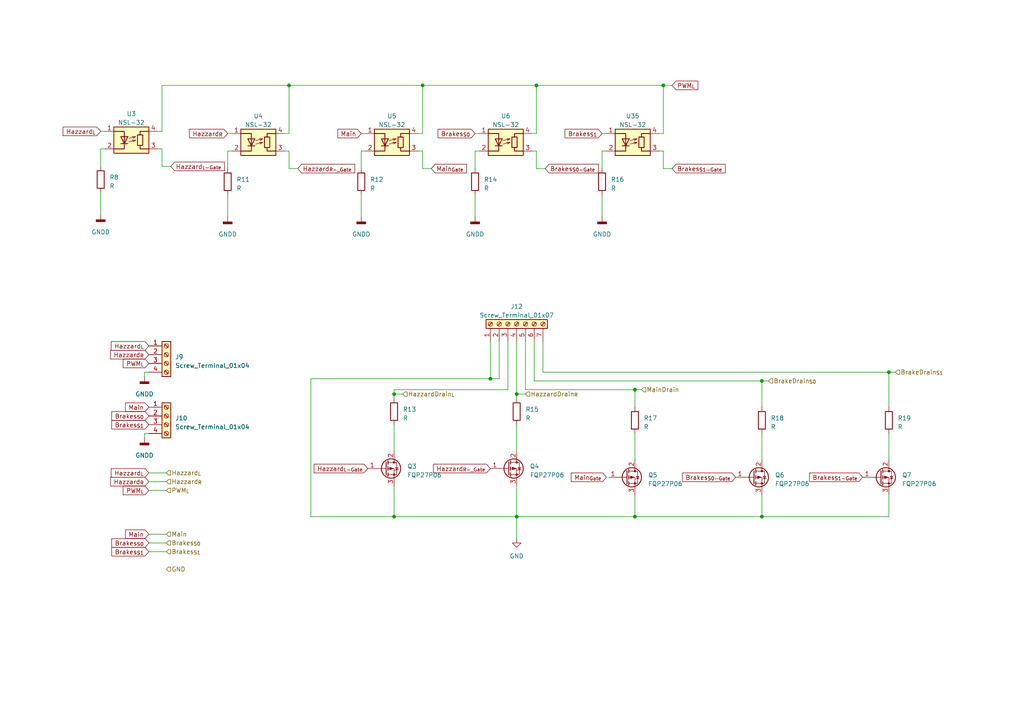
<source format=kicad_sch>
(kicad_sch (version 20230121) (generator eeschema)
  (paper "A4")
  (lib_symbols
    (symbol "Connector:Screw_Terminal_01x04" (pin_names (offset 1.016) hide)
      (property "Reference" "J" (at 0 5.08 0))
      (property "Value" "Screw_Terminal_01x04" (at 0 -7.62 0))
      (symbol "Screw_Terminal_01x04_1_1"
        (rectangle (start -1.27 3.81) (end 1.27 -6.35) (stroke (width 0.254)) (fill (type background)))
        (circle (center 0 -5.08) (radius 0.635) (stroke (width 0.1524)))
        (circle (center 0 -2.54) (radius 0.635) (stroke (width 0.1524)))
        (polyline (pts (xy -0.5334 -4.7498) (xy 0.3302 -5.588)) (stroke (width 0.1524)))
        (polyline (pts (xy -0.5334 -2.2098) (xy 0.3302 -3.048)) (stroke (width 0.1524)))
        (polyline (pts (xy -0.5334 0.3302) (xy 0.3302 -0.508)) (stroke (width 0.1524)))
        (polyline (pts (xy -0.5334 2.8702) (xy 0.3302 2.032)) (stroke (width 0.1524)))
        (polyline (pts (xy -0.3556 -4.572) (xy 0.508 -5.4102)) (stroke (width 0.1524)))
        (polyline (pts (xy -0.3556 -2.032) (xy 0.508 -2.8702)) (stroke (width 0.1524)))
        (polyline (pts (xy -0.3556 0.508) (xy 0.508 -0.3302)) (stroke (width 0.1524)))
        (polyline (pts (xy -0.3556 3.048) (xy 0.508 2.2098)) (stroke (width 0.1524)))
        (circle (center 0 0) (radius 0.635) (stroke (width 0.1524)))
        (circle (center 0 2.54) (radius 0.635) (stroke (width 0.1524)))
        (pin passive line (at -5.08 2.54 0) (length 3.81) (name "Pin_1") (number "1"))
        (pin passive line (at -5.08 0 0) (length 3.81) (name "Pin_2") (number "2"))
        (pin passive line (at -5.08 -2.54 0) (length 3.81) (name "Pin_3") (number "3"))
        (pin passive line (at -5.08 -5.08 0) (length 3.81) (name "Pin_4") (number "4"))
      )
    )
    (symbol "Connector:Screw_Terminal_01x07" (pin_names (offset 1.016) hide)
      (property "Reference" "J" (at 0 10.16 0))
      (property "Value" "Screw_Terminal_01x07" (at 0 -10.16 0))
      (symbol "Screw_Terminal_01x07_1_1"
        (rectangle (start -1.27 8.89) (end 1.27 -8.89) (stroke (width 0.254)) (fill (type background)))
        (circle (center 0 -7.62) (radius 0.635) (stroke (width 0.1524)))
        (circle (center 0 -5.08) (radius 0.635) (stroke (width 0.1524)))
        (circle (center 0 -2.54) (radius 0.635) (stroke (width 0.1524)))
        (polyline (pts (xy -0.5334 -7.2898) (xy 0.3302 -8.128)) (stroke (width 0.1524)))
        (polyline (pts (xy -0.5334 -4.7498) (xy 0.3302 -5.588)) (stroke (width 0.1524)))
        (polyline (pts (xy -0.5334 -2.2098) (xy 0.3302 -3.048)) (stroke (width 0.1524)))
        (polyline (pts (xy -0.5334 0.3302) (xy 0.3302 -0.508)) (stroke (width 0.1524)))
        (polyline (pts (xy -0.5334 2.8702) (xy 0.3302 2.032)) (stroke (width 0.1524)))
        (polyline (pts (xy -0.5334 5.4102) (xy 0.3302 4.572)) (stroke (width 0.1524)))
        (polyline (pts (xy -0.5334 7.9502) (xy 0.3302 7.112)) (stroke (width 0.1524)))
        (polyline (pts (xy -0.3556 -7.112) (xy 0.508 -7.9502)) (stroke (width 0.1524)))
        (polyline (pts (xy -0.3556 -4.572) (xy 0.508 -5.4102)) (stroke (width 0.1524)))
        (polyline (pts (xy -0.3556 -2.032) (xy 0.508 -2.8702)) (stroke (width 0.1524)))
        (polyline (pts (xy -0.3556 0.508) (xy 0.508 -0.3302)) (stroke (width 0.1524)))
        (polyline (pts (xy -0.3556 3.048) (xy 0.508 2.2098)) (stroke (width 0.1524)))
        (polyline (pts (xy -0.3556 5.588) (xy 0.508 4.7498)) (stroke (width 0.1524)))
        (polyline (pts (xy -0.3556 8.128) (xy 0.508 7.2898)) (stroke (width 0.1524)))
        (circle (center 0 0) (radius 0.635) (stroke (width 0.1524)))
        (circle (center 0 2.54) (radius 0.635) (stroke (width 0.1524)))
        (circle (center 0 5.08) (radius 0.635) (stroke (width 0.1524)))
        (circle (center 0 7.62) (radius 0.635) (stroke (width 0.1524)))
        (pin passive line (at -5.08 7.62 0) (length 3.81) (name "Pin_1") (number "1"))
        (pin passive line (at -5.08 5.08 0) (length 3.81) (name "Pin_2") (number "2"))
        (pin passive line (at -5.08 2.54 0) (length 3.81) (name "Pin_3") (number "3"))
        (pin passive line (at -5.08 0 0) (length 3.81) (name "Pin_4") (number "4"))
        (pin passive line (at -5.08 -2.54 0) (length 3.81) (name "Pin_5") (number "5"))
        (pin passive line (at -5.08 -5.08 0) (length 3.81) (name "Pin_6") (number "6"))
        (pin passive line (at -5.08 -7.62 0) (length 3.81) (name "Pin_7") (number "7"))
      )
    )
    (symbol "Device:R" (pin_numbers hide) (pin_names (offset 0))
      (property "Reference" "R" (at 2.032 0 90))
      (property "Value" "R" (at 0 0 90))
      (symbol "R_0_1"
        (rectangle (start -1.016 -2.54) (end 1.016 2.54) (stroke (width 0.254)))
      )
      (symbol "R_1_1"
        (pin passive line (at 0 3.81 270) (length 1.27) (name "~") (number "1"))
        (pin passive line (at 0 -3.81 90) (length 1.27) (name "~") (number "2"))
      )
    )
    (symbol "Isolator:NSL-32" (pin_names (offset 0.762) hide)
      (property "Reference" "U" (at 0 5.08 0))
      (property "Value" "NSL-32" (at 0 -5.08 0))
      (symbol "NSL-32_0_1"
        (rectangle (start -5.08 3.81) (end 5.08 -3.81) (stroke (width 0.254)) (fill (type background)))
        (polyline (pts (xy -5.08 2.54) (xy -2.54 2.54)) (stroke (width 0.254)))
        (polyline (pts (xy -2.794 -2.54) (xy -5.08 -2.54)) (stroke (width 0.254)))
        (polyline (pts (xy -1.016 -1.016) (xy -3.048 -1.016) (xy -3.048 -1.016)) (stroke (width 0.254)))
        (polyline (pts (xy -0.762 -0.508) (xy 1.27 0) (xy 1.27 0)))
        (polyline (pts (xy -0.762 0.508) (xy 1.27 1.016) (xy 1.27 1.016)))
        (polyline (pts (xy 2.54 -1.524) (xy 2.54 -2.54) (xy 5.08 -2.54)) (stroke (width 0.254)))
        (polyline (pts (xy 2.54 1.524) (xy 2.54 2.54) (xy 5.08 2.54)) (stroke (width 0.254)))
        (polyline (pts (xy -2.794 -2.54) (xy -2.032 -2.54) (xy -2.032 2.54) (xy -2.794 2.54)) (stroke (width 0.254)))
        (polyline (pts (xy 0.254 0) (xy 1.27 0) (xy 0.508 -0.508) (xy 0.508 -0.508)))
        (polyline (pts (xy 0.254 1.016) (xy 1.27 1.016) (xy 0.508 0.508) (xy 0.508 0.508)))
        (polyline (pts (xy -1.016 1.016) (xy -3.048 1.016) (xy -2.032 -1.016) (xy -1.016 1.016) (xy -1.016 1.016) (xy -1.016 1.016)) (stroke (width 0.254)))
        (rectangle (start 1.778 1.524) (end 3.302 -1.524) (stroke (width 0.254)))
      )
      (symbol "NSL-32_1_1"
        (pin passive line (at -7.62 2.54 0) (length 2.54) (name "A") (number "1"))
        (pin passive line (at -7.62 -2.54 0) (length 2.54) (name "K") (number "2"))
        (pin passive line (at 7.62 -2.54 180) (length 2.54) (name "R") (number "3"))
        (pin passive line (at 7.62 2.54 180) (length 2.54) (name "R") (number "4"))
      )
    )
    (symbol "Transistor_FET:FQP27P06" (pin_names hide)
      (property "Reference" "Q" (at 5.08 1.905 0))
      (property "Value" "FQP27P06" (at 5.08 0 0))
      (symbol "FQP27P06_0_1"
        (polyline (pts (xy 0.254 0) (xy -2.54 0)))
        (polyline (pts (xy 0.254 1.905) (xy 0.254 -1.905)) (stroke (width 0.254)))
        (polyline (pts (xy 0.762 -1.27) (xy 0.762 -2.286)) (stroke (width 0.254)))
        (polyline (pts (xy 0.762 0.508) (xy 0.762 -0.508)) (stroke (width 0.254)))
        (polyline (pts (xy 0.762 2.286) (xy 0.762 1.27)) (stroke (width 0.254)))
        (polyline (pts (xy 2.54 2.54) (xy 2.54 1.778)))
        (polyline (pts (xy 2.54 -2.54) (xy 2.54 0) (xy 0.762 0)))
        (polyline (pts (xy 0.762 1.778) (xy 3.302 1.778) (xy 3.302 -1.778) (xy 0.762 -1.778)))
        (polyline (pts (xy 2.286 0) (xy 1.27 0.381) (xy 1.27 -0.381) (xy 2.286 0)) (fill (type outline)))
        (polyline (pts (xy 2.794 -0.508) (xy 2.921 -0.381) (xy 3.683 -0.381) (xy 3.81 -0.254)))
        (polyline (pts (xy 3.302 -0.381) (xy 2.921 0.254) (xy 3.683 0.254) (xy 3.302 -0.381)))
        (circle (center 1.651 0) (radius 2.794) (stroke (width 0.254)))
        (circle (center 2.54 -1.778) (radius 0.254) (fill (type outline)))
        (circle (center 2.54 1.778) (radius 0.254) (fill (type outline)))
      )
      (symbol "FQP27P06_1_1"
        (pin input line (at -5.08 0 0) (length 2.54) (name "G") (number "1"))
        (pin passive line (at 2.54 5.08 270) (length 2.54) (name "D") (number "2"))
        (pin passive line (at 2.54 -5.08 90) (length 2.54) (name "S") (number "3"))
      )
    )
    (symbol "power:GND" (power) (pin_names (offset 0))
      (property "Value" "GND" (at 0 -3.81 0))
      (symbol "GND_0_1"
        (polyline (pts (xy 0 0) (xy 0 -1.27) (xy 1.27 -1.27) (xy 0 -2.54) (xy -1.27 -1.27) (xy 0 -1.27)))
      )
      (symbol "GND_1_1"
        (pin power_in line (at 0 0 270) (length 0) hide (name "GND") (number "1"))
      )
    )
    (symbol "power:GNDD" (power) (pin_names (offset 0))
      (property "Value" "GNDD" (at 0 -3.175 0))
      (symbol "GNDD_0_1"
        (rectangle (start -1.27 -1.524) (end 1.27 -2.032) (stroke (width 0.254)) (fill (type outline)))
        (polyline (pts (xy 0 0) (xy 0 -1.524)))
      )
      (symbol "GNDD_1_1"
        (pin power_in line (at 0 0 270) (length 0) hide (name "GNDD") (number "1"))
      )
    )
  )
  (junction (at 149.86 114.3))
  (junction (at 220.98 149.86))
  (junction (at 114.3 149.86))
  (junction (at 184.15 149.86))
  (junction (at 122.555 24.765))
  (junction (at 184.15 113.03))
  (junction (at 149.86 149.86))
  (junction (at 83.82 24.765))
  (junction (at 114.3 114.3))
  (junction (at 220.98 110.49))
  (junction (at 142.24 109.855))
  (junction (at 192.405 24.765))
  (junction (at 257.81 107.95))
  (junction (at 155.575 24.765))
  (wire (pts (xy 257.81 107.95) (xy 257.81 118.11)))
  (wire (pts (xy 82.55 38.735) (xy 83.82 38.735)))
  (wire (pts (xy 154.94 110.49) (xy 220.98 110.49)))
  (wire (pts (xy 106.045 43.815) (xy 104.775 43.815)))
  (wire (pts (xy 137.795 56.515) (xy 137.795 62.865)))
  (wire (pts (xy 174.625 38.735) (xy 175.895 38.735)))
  (wire (pts (xy 41.91 109.22) (xy 41.91 107.95)))
  (wire (pts (xy 83.82 24.765) (xy 122.555 24.765)))
  (wire (pts (xy 45.72 43.18) (xy 46.99 43.18)))
  (wire (pts (xy 147.32 113.03) (xy 114.3 113.03)))
  (wire (pts (xy 137.795 38.735) (xy 139.065 38.735)))
  (wire (pts (xy 41.91 127) (xy 41.91 125.73)))
  (wire (pts (xy 149.86 123.19) (xy 149.86 130.81)))
  (wire (pts (xy 104.775 56.515) (xy 104.775 62.865)))
  (wire (pts (xy 137.795 43.815) (xy 137.795 48.895)))
  (wire (pts (xy 157.48 99.06) (xy 157.48 107.95)))
  (wire (pts (xy 43.18 154.94) (xy 48.26 154.94)))
  (wire (pts (xy 152.4 113.03) (xy 184.15 113.03)))
  (wire (pts (xy 144.78 109.855) (xy 142.24 109.855)))
  (wire (pts (xy 155.575 48.895) (xy 158.115 48.895)))
  (wire (pts (xy 149.86 149.86) (xy 184.15 149.86)))
  (wire (pts (xy 29.21 38.1) (xy 30.48 38.1)))
  (wire (pts (xy 144.78 99.06) (xy 144.78 109.855)))
  (wire (pts (xy 46.99 43.18) (xy 46.99 48.26)))
  (wire (pts (xy 83.82 24.765) (xy 83.82 38.735)))
  (wire (pts (xy 220.98 125.73) (xy 220.98 133.35)))
  (wire (pts (xy 184.15 143.51) (xy 184.15 149.86)))
  (wire (pts (xy 114.3 149.86) (xy 149.86 149.86)))
  (wire (pts (xy 175.895 43.815) (xy 174.625 43.815)))
  (wire (pts (xy 154.305 38.735) (xy 155.575 38.735)))
  (wire (pts (xy 114.3 115.57) (xy 114.3 114.3)))
  (wire (pts (xy 192.405 43.815) (xy 192.405 48.895)))
  (wire (pts (xy 220.98 143.51) (xy 220.98 149.86)))
  (wire (pts (xy 191.135 38.735) (xy 192.405 38.735)))
  (wire (pts (xy 220.98 110.49) (xy 220.98 118.11)))
  (wire (pts (xy 142.24 109.855) (xy 90.17 109.855)))
  (wire (pts (xy 114.3 123.19) (xy 114.3 130.81)))
  (wire (pts (xy 82.55 43.815) (xy 83.82 43.815)))
  (wire (pts (xy 90.17 149.86) (xy 114.3 149.86)))
  (wire (pts (xy 43.18 137.16) (xy 48.26 137.16)))
  (wire (pts (xy 155.575 24.765) (xy 155.575 38.735)))
  (wire (pts (xy 149.86 149.86) (xy 149.86 156.21)))
  (wire (pts (xy 149.86 114.3) (xy 152.4 114.3)))
  (wire (pts (xy 83.82 43.815) (xy 83.82 48.895)))
  (wire (pts (xy 154.305 43.815) (xy 155.575 43.815)))
  (wire (pts (xy 192.405 24.765) (xy 194.945 24.765)))
  (wire (pts (xy 257.81 149.86) (xy 257.81 143.51)))
  (wire (pts (xy 66.04 43.815) (xy 66.04 48.895)))
  (wire (pts (xy 43.18 160.02) (xy 48.26 160.02)))
  (wire (pts (xy 45.72 38.1) (xy 46.99 38.1)))
  (wire (pts (xy 29.21 55.88) (xy 29.21 62.23)))
  (wire (pts (xy 122.555 24.765) (xy 155.575 24.765)))
  (wire (pts (xy 122.555 24.765) (xy 122.555 38.735)))
  (wire (pts (xy 122.555 48.895) (xy 125.095 48.895)))
  (wire (pts (xy 220.98 149.86) (xy 257.81 149.86)))
  (wire (pts (xy 43.18 157.48) (xy 48.26 157.48)))
  (wire (pts (xy 184.15 113.03) (xy 186.055 113.03)))
  (wire (pts (xy 192.405 48.895) (xy 194.945 48.895)))
  (wire (pts (xy 46.99 24.765) (xy 83.82 24.765)))
  (wire (pts (xy 184.15 125.73) (xy 184.15 133.35)))
  (wire (pts (xy 114.3 114.3) (xy 114.3 113.03)))
  (wire (pts (xy 149.86 114.3) (xy 149.86 115.57)))
  (wire (pts (xy 157.48 107.95) (xy 257.81 107.95)))
  (wire (pts (xy 90.17 109.855) (xy 90.17 149.86)))
  (wire (pts (xy 43.18 142.24) (xy 48.26 142.24)))
  (wire (pts (xy 142.24 99.06) (xy 142.24 109.855)))
  (wire (pts (xy 83.82 48.895) (xy 86.36 48.895)))
  (wire (pts (xy 257.81 125.73) (xy 257.81 133.35)))
  (wire (pts (xy 174.625 43.815) (xy 174.625 48.895)))
  (wire (pts (xy 152.4 99.06) (xy 152.4 113.03)))
  (wire (pts (xy 184.15 113.03) (xy 184.15 118.11)))
  (wire (pts (xy 104.775 43.815) (xy 104.775 48.895)))
  (wire (pts (xy 46.99 24.765) (xy 46.99 38.1)))
  (wire (pts (xy 30.48 43.18) (xy 29.21 43.18)))
  (wire (pts (xy 147.32 99.06) (xy 147.32 113.03)))
  (wire (pts (xy 139.065 43.815) (xy 137.795 43.815)))
  (wire (pts (xy 29.21 43.18) (xy 29.21 48.26)))
  (wire (pts (xy 192.405 24.765) (xy 192.405 38.735)))
  (wire (pts (xy 114.3 140.97) (xy 114.3 149.86)))
  (wire (pts (xy 155.575 24.765) (xy 192.405 24.765)))
  (wire (pts (xy 149.86 140.97) (xy 149.86 149.86)))
  (wire (pts (xy 41.91 107.95) (xy 43.18 107.95)))
  (wire (pts (xy 220.98 110.49) (xy 222.885 110.49)))
  (wire (pts (xy 121.285 43.815) (xy 122.555 43.815)))
  (wire (pts (xy 149.86 99.06) (xy 149.86 114.3)))
  (wire (pts (xy 122.555 43.815) (xy 122.555 48.895)))
  (wire (pts (xy 46.99 48.26) (xy 49.53 48.26)))
  (wire (pts (xy 104.775 38.735) (xy 106.045 38.735)))
  (wire (pts (xy 257.81 107.95) (xy 259.715 107.95)))
  (wire (pts (xy 66.04 56.515) (xy 66.04 62.865)))
  (wire (pts (xy 114.3 114.3) (xy 116.84 114.3)))
  (wire (pts (xy 174.625 56.515) (xy 174.625 62.865)))
  (wire (pts (xy 43.18 139.7) (xy 48.26 139.7)))
  (wire (pts (xy 41.91 125.73) (xy 43.18 125.73)))
  (wire (pts (xy 67.31 43.815) (xy 66.04 43.815)))
  (wire (pts (xy 191.135 43.815) (xy 192.405 43.815)))
  (wire (pts (xy 66.04 38.735) (xy 67.31 38.735)))
  (wire (pts (xy 155.575 43.815) (xy 155.575 48.895)))
  (wire (pts (xy 184.15 149.86) (xy 220.98 149.86)))
  (wire (pts (xy 154.94 99.06) (xy 154.94 110.49)))
  (wire (pts (xy 121.285 38.735) (xy 122.555 38.735)))
  (global_label "Main_{Gate}" (shape input) (at 125.095 48.895 0) (property "Intersheetrefs" "${INTERSHEET_REFS}" (effects hide)))
  (global_label "Brakes_{S1-}_{Gate}" (shape input) (at 250.19 138.43 180) (property "Intersheetrefs" "${INTERSHEET_REFS}" (effects hide)))
  (global_label "Brakes_{S1}" (shape input) (at 43.18 123.19 180) (property "Intersheetrefs" "${INTERSHEET_REFS}" (effects hide)))
  (global_label "Hazzard_{R-_Gate}" (shape input) (at 86.36 48.895 0) (property "Intersheetrefs" "${INTERSHEET_REFS}" (effects hide)))
  (global_label "PWM_{L}" (shape input) (at 43.18 142.24 180) (property "Intersheetrefs" "${INTERSHEET_REFS}" (effects hide)))
  (global_label "Hazzard_{L}" (shape input) (at 43.18 137.16 180) (property "Intersheetrefs" "${INTERSHEET_REFS}" (effects hide)))
  (global_label "Hazzard_{R-_Gate}" (shape input) (at 142.24 135.89 180) (property "Intersheetrefs" "${INTERSHEET_REFS}" (effects hide)))
  (global_label "Main" (shape input) (at 43.18 154.94 180) (property "Intersheetrefs" "${INTERSHEET_REFS}" (effects hide)))
  (global_label "Brakes_{S1}" (shape input) (at 43.18 160.02 180) (property "Intersheetrefs" "${INTERSHEET_REFS}" (effects hide)))
  (global_label "Main" (shape input) (at 43.18 118.11 180) (property "Intersheetrefs" "${INTERSHEET_REFS}" (effects hide)))
  (global_label "Brakes_{S0}" (shape input) (at 43.18 157.48 180) (property "Intersheetrefs" "${INTERSHEET_REFS}" (effects hide)))
  (global_label "Hazzard_{L-Gate}" (shape input) (at 106.68 135.89 180) (property "Intersheetrefs" "${INTERSHEET_REFS}" (effects hide)))
  (global_label "Brakes_{S0-}_{Gate}" (shape input) (at 158.115 48.895 0) (property "Intersheetrefs" "${INTERSHEET_REFS}" (effects hide)))
  (global_label "Brakes_{S1}" (shape input) (at 174.625 38.735 180) (property "Intersheetrefs" "${INTERSHEET_REFS}" (effects hide)))
  (global_label "Brakes_{S0-}_{Gate}" (shape input) (at 213.36 138.43 180) (property "Intersheetrefs" "${INTERSHEET_REFS}" (effects hide)))
  (global_label "Main_{Gate}" (shape input) (at 175.895 138.43 180) (property "Intersheetrefs" "${INTERSHEET_REFS}" (effects hide)))
  (global_label "Hazzard_{R}" (shape input) (at 43.18 102.87 180) (property "Intersheetrefs" "${INTERSHEET_REFS}" (effects hide)))
  (global_label "Brakes_{S0}" (shape input) (at 137.795 38.735 180) (property "Intersheetrefs" "${INTERSHEET_REFS}" (effects hide)))
  (global_label "Brakes_{S1-}_{Gate}" (shape input) (at 194.945 48.895 0) (property "Intersheetrefs" "${INTERSHEET_REFS}" (effects hide)))
  (global_label "Hazzard_{L}" (shape input) (at 29.21 38.1 180) (property "Intersheetrefs" "${INTERSHEET_REFS}" (effects hide)))
  (global_label "Hazzard_{R}" (shape input) (at 43.18 139.7 180) (property "Intersheetrefs" "${INTERSHEET_REFS}" (effects hide)))
  (global_label "Hazzard_{R}" (shape input) (at 66.04 38.735 180) (property "Intersheetrefs" "${INTERSHEET_REFS}" (effects hide)))
  (global_label "Main" (shape input) (at 104.775 38.735 180) (property "Intersheetrefs" "${INTERSHEET_REFS}" (effects hide)))
  (global_label "PWM_{L}" (shape input) (at 43.18 105.41 180) (property "Intersheetrefs" "${INTERSHEET_REFS}" (effects hide)))
  (global_label "PWM_{L}" (shape input) (at 194.945 24.765 0) (property "Intersheetrefs" "${INTERSHEET_REFS}" (effects hide)))
  (global_label "Hazzard_{L}" (shape input) (at 43.18 100.33 180) (property "Intersheetrefs" "${INTERSHEET_REFS}" (effects hide)))
  (global_label "Hazzard_{L-Gate}" (shape input) (at 49.53 48.26 0) (property "Intersheetrefs" "${INTERSHEET_REFS}" (effects hide)))
  (global_label "Brakes_{S0}" (shape input) (at 43.18 120.65 180) (property "Intersheetrefs" "${INTERSHEET_REFS}" (effects hide)))
  (hierarchical_label "MainDrain" (shape input) (at 186.055 113.03 0))
  (hierarchical_label "BrakeDrain_{S1}" (shape input) (at 259.715 107.95 0))
  (hierarchical_label "PWM_{L}" (shape input) (at 48.26 142.24 0))
  (hierarchical_label "Hazzard_{R}" (shape input) (at 48.26 139.7 0))
  (hierarchical_label "GND" (shape input) (at 48.26 165.1 0))
  (hierarchical_label "Main" (shape input) (at 48.26 154.94 0))
  (hierarchical_label "HazzardDrain_{R}" (shape input) (at 152.4 114.3 0))
  (hierarchical_label "Brakes_{S1}" (shape input) (at 48.26 160.02 0))
  (hierarchical_label "HazzardDrain_{L}" (shape input) (at 116.84 114.3 0))
  (hierarchical_label "Brakes_{S0}" (shape input) (at 48.26 157.48 0))
  (hierarchical_label "BrakeDrain_{S0}" (shape input) (at 222.885 110.49 0))
  (hierarchical_label "Hazzard_{L}" (shape input) (at 48.26 137.16 0))
  (symbol (lib_id "Device:R") (at 114.3 119.38 0) (unit 1)
    (property "Reference" "R13" (at 116.84 118.745 0) (effects (justify left)))
    (property "Value" "R" (at 116.84 121.285 0) (effects (justify left)))
    (instances (project "Parent" (path "" (reference "R13") (unit 1))) (project "LED_Driver" (path "" (reference "R1") (unit 1))))
  )
  (symbol (lib_id "power:GNDD") (at 137.795 62.865 0) (unit 1)
    (property "Reference" "#PWR016" (effects hide))
    (property "Value" "GNDD" (at 137.795 67.945 0))
    (instances (project "Parent" (path "" (reference "#PWR016") (unit 1))) (project "LED_Driver" (path "" (reference "#PWR07") (unit 1))))
  )
  (symbol (lib_id "power:GNDD") (at 41.91 127 0) (unit 1)
    (property "Reference" "#PWR013" (effects hide))
    (property "Value" "GNDD" (at 41.91 132.08 0))
    (instances (project "Parent" (path "" (reference "#PWR013") (unit 1))) (project "LED_Driver" (path "" (reference "#PWR04") (unit 1))))
  )
  (symbol (lib_id "Isolator:NSL-32") (at 74.93 41.275 0) (unit 1)
    (property "Reference" "U4" (at 74.93 33.655 0))
    (property "Value" "NSL-32" (at 74.93 36.195 0))
    (property "Footprint" "OptoDevice:Luna_NSL-32" (effects hide))
    (property "Datasheet" "http://lunainc.com/wp-content/uploads/2016/06/NSL-32.pdf" (effects hide))
    (instances (project "Parent" (path "" (reference "U4") (unit 1))) (project "LED_Driver" (path "" (reference "U2") (unit 1))))
  )
  (symbol (lib_id "Device:R") (at 220.98 121.92 0) (unit 1)
    (property "Reference" "R18" (at 223.52 121.285 0) (effects (justify left)))
    (property "Value" "R" (at 223.52 123.825 0) (effects (justify left)))
    (instances (project "Parent" (path "" (reference "R18") (unit 1))) (project "LED_Driver" (path "" (reference "R6") (unit 1))))
  )
  (symbol (lib_id "Transistor_FET:FQP27P06") (at 147.32 135.89 0) (unit 1)
    (property "Reference" "Q4" (at 153.67 135.255 0) (effects (justify left)))
    (property "Value" "FQP27P06" (at 153.67 137.795 0) (effects (justify left)))
    (property "Footprint" "Package_TO_SOT_THT:TO-220-3_Vertical" (effects hide))
    (property "Datasheet" "https://www.onsemi.com/pub/Collateral/FQP27P06-D.PDF" (effects hide))
    (instances (project "Parent" (path "" (reference "Q4") (unit 1))) (project "LED_Driver" (path "" (reference "Q2") (unit 1))))
  )
  (symbol (lib_id "power:GNDD") (at 66.04 62.865 0) (unit 1)
    (property "Reference" "#PWR014" (effects hide))
    (property "Value" "GNDD" (at 66.04 67.945 0))
    (instances (project "Parent" (path "" (reference "#PWR014") (unit 1))) (project "LED_Driver" (path "" (reference "#PWR05") (unit 1))))
  )
  (symbol (lib_id "Isolator:NSL-32") (at 38.1 40.64 0) (unit 1)
    (property "Reference" "U3" (at 38.1 33.02 0))
    (property "Value" "NSL-32" (at 38.1 35.56 0))
    (property "Footprint" "OptoDevice:Luna_NSL-32" (effects hide))
    (property "Datasheet" "http://lunainc.com/wp-content/uploads/2016/06/NSL-32.pdf" (effects hide))
    (instances (project "Parent" (path "" (reference "U3") (unit 1))) (project "LED_Driver" (path "" (reference "U1") (unit 1))))
  )
  (symbol (lib_id "Isolator:NSL-32") (at 113.665 41.275 0) (unit 1)
    (property "Reference" "U5" (at 113.665 33.655 0))
    (property "Value" "NSL-32" (at 113.665 36.195 0))
    (property "Footprint" "OptoDevice:Luna_NSL-32" (effects hide))
    (property "Datasheet" "http://lunainc.com/wp-content/uploads/2016/06/NSL-32.pdf" (effects hide))
    (instances (project "Parent" (path "" (reference "U5") (unit 1))) (project "LED_Driver" (path "" (reference "U3") (unit 1))))
  )
  (symbol (lib_id "Device:R") (at 257.81 121.92 0) (unit 1)
    (property "Reference" "R19" (at 260.35 121.285 0) (effects (justify left)))
    (property "Value" "R" (at 260.35 123.825 0) (effects (justify left)))
    (instances (project "Parent" (path "" (reference "R19") (unit 1))) (project "LED_Driver" (path "" (reference "R7") (unit 1))))
  )
  (symbol (lib_id "power:GNDD") (at 174.625 62.865 0) (unit 1)
    (property "Reference" "#PWR018" (effects hide))
    (property "Value" "GNDD" (at 174.625 67.945 0))
    (instances (project "Parent" (path "" (reference "#PWR018") (unit 1))) (project "LED_Driver" (path "" (reference "#PWR08") (unit 1))))
  )
  (symbol (lib_id "Transistor_FET:FQP27P06") (at 218.44 138.43 0) (unit 1)
    (property "Reference" "Q6" (at 224.79 137.795 0) (effects (justify left)))
    (property "Value" "FQP27P06" (at 224.79 140.335 0) (effects (justify left)))
    (property "Footprint" "Package_TO_SOT_THT:TO-220-3_Vertical" (effects hide))
    (property "Datasheet" "https://www.onsemi.com/pub/Collateral/FQP27P06-D.PDF" (effects hide))
  )
  (symbol (lib_id "Connector:Screw_Terminal_01x04") (at 48.26 102.87 0) (unit 1)
    (property "Reference" "J9" (at 50.8 103.505 0) (effects (justify left)))
    (property "Value" "Screw_Terminal_01x04" (at 50.8 106.045 0) (effects (justify left)))
    (instances (project "Parent" (path "" (reference "J9") (unit 1))) (project "LED_Driver" (path "" (reference "J2") (unit 1))))
  )
  (symbol (lib_id "power:GNDD") (at 29.21 62.23 0) (unit 1)
    (property "Reference" "#PWR06" (effects hide))
    (property "Value" "GNDD" (at 29.21 67.31 0))
    (instances (project "Parent" (path "" (reference "#PWR06") (unit 1))) (project "LED_Driver" (path "" (reference "#PWR02") (unit 1))))
  )
  (symbol (lib_id "Transistor_FET:FQP27P06") (at 255.27 138.43 0) (unit 1)
    (property "Reference" "Q7" (at 261.62 137.795 0) (effects (justify left)))
    (property "Value" "FQP27P06" (at 261.62 140.335 0) (effects (justify left)))
    (property "Footprint" "Package_TO_SOT_THT:TO-220-3_Vertical" (effects hide))
    (property "Datasheet" "https://www.onsemi.com/pub/Collateral/FQP27P06-D.PDF" (effects hide))
  )
  (symbol (lib_id "Isolator:NSL-32") (at 183.515 41.275 0) (unit 1)
    (property "Reference" "U35" (at 183.515 33.655 0))
    (property "Value" "NSL-32" (at 183.515 36.195 0))
    (property "Footprint" "OptoDevice:Luna_NSL-32" (effects hide))
    (property "Datasheet" "http://lunainc.com/wp-content/uploads/2016/06/NSL-32.pdf" (effects hide))
    (instances (project "Parent" (path "" (reference "U35") (unit 1))) (project "LED_Driver" (path "" (reference "U5") (unit 1))))
  )
  (symbol (lib_id "Device:R") (at 149.86 119.38 0) (unit 1)
    (property "Reference" "R15" (at 152.4 118.745 0) (effects (justify left)))
    (property "Value" "R" (at 152.4 121.285 0) (effects (justify left)))
    (instances (project "Parent" (path "" (reference "R15") (unit 1))) (project "LED_Driver" (path "" (reference "R2") (unit 1))))
  )
  (symbol (lib_id "Device:R") (at 104.775 52.705 0) (unit 1)
    (property "Reference" "R12" (at 107.315 52.07 0) (effects (justify left)))
    (property "Value" "R" (at 107.315 54.61 0) (effects (justify left)))
    (instances (project "Parent" (path "" (reference "R12") (unit 1))) (project "LED_Driver" (path "" (reference "R8") (unit 1))))
  )
  (symbol (lib_id "power:GND") (at 149.86 156.21 0) (unit 1)
    (property "Reference" "#PWR017" (effects hide))
    (property "Value" "GND" (at 149.86 161.29 0))
    (instances (project "Parent" (path "" (reference "#PWR017") (unit 1))) (project "LED_Driver" (path "" (reference "#PWR01") (unit 1))))
  )
  (symbol (lib_id "Transistor_FET:FQP27P06") (at 111.76 135.89 0) (unit 1)
    (property "Reference" "Q3" (at 118.11 135.255 0) (effects (justify left)))
    (property "Value" "FQP27P06" (at 118.11 137.795 0) (effects (justify left)))
    (property "Footprint" "Package_TO_SOT_THT:TO-220-3_Vertical" (effects hide))
    (property "Datasheet" "https://www.onsemi.com/pub/Collateral/FQP27P06-D.PDF" (effects hide))
    (instances (project "Parent" (path "" (reference "Q3") (unit 1))) (project "LED_Driver" (path "" (reference "Q1") (unit 1))))
  )
  (symbol (lib_id "Connector:Screw_Terminal_01x07") (at 149.86 93.98 90) (unit 1)
    (property "Reference" "J12" (at 149.86 88.9 90))
    (property "Value" "Screw_Terminal_01x07" (at 149.86 91.44 90))
    (instances (project "Parent" (path "" (reference "J12") (unit 1))) (project "LED_Driver" (path "" (reference "J1") (unit 1))))
  )
  (symbol (lib_id "Isolator:NSL-32") (at 146.685 41.275 0) (unit 1)
    (property "Reference" "U6" (at 146.685 33.655 0))
    (property "Value" "NSL-32" (at 146.685 36.195 0))
    (property "Footprint" "OptoDevice:Luna_NSL-32" (effects hide))
    (property "Datasheet" "http://lunainc.com/wp-content/uploads/2016/06/NSL-32.pdf" (effects hide))
    (instances (project "Parent" (path "" (reference "U6") (unit 1))) (project "LED_Driver" (path "" (reference "U4") (unit 1))))
  )
  (symbol (lib_id "power:GNDD") (at 104.775 62.865 0) (unit 1)
    (property "Reference" "#PWR015" (effects hide))
    (property "Value" "GNDD" (at 104.775 67.945 0))
    (instances (project "Parent" (path "" (reference "#PWR015") (unit 1))) (project "LED_Driver" (path "" (reference "#PWR06") (unit 1))))
  )
  (symbol (lib_id "Transistor_FET:FQP27P06") (at 181.61 138.43 0) (unit 1)
    (property "Reference" "Q5" (at 187.96 137.795 0) (effects (justify left)))
    (property "Value" "FQP27P06" (at 187.96 140.335 0) (effects (justify left)))
    (property "Footprint" "Package_TO_SOT_THT:TO-220-3_Vertical" (effects hide))
    (property "Datasheet" "https://www.onsemi.com/pub/Collateral/FQP27P06-D.PDF" (effects hide))
  )
  (symbol (lib_id "Device:R") (at 184.15 121.92 0) (unit 1)
    (property "Reference" "R17" (at 186.69 121.285 0) (effects (justify left)))
    (property "Value" "R" (at 186.69 123.825 0) (effects (justify left)))
    (instances (project "Parent" (path "" (reference "R17") (unit 1))) (project "LED_Driver" (path "" (reference "R5") (unit 1))))
  )
  (symbol (lib_id "Connector:Screw_Terminal_01x04") (at 48.26 120.65 0) (unit 1)
    (property "Reference" "J10" (at 50.8 121.285 0) (effects (justify left)))
    (property "Value" "Screw_Terminal_01x04" (at 50.8 123.825 0) (effects (justify left)))
    (instances (project "Parent" (path "" (reference "J10") (unit 1))) (project "LED_Driver" (path "" (reference "J3") (unit 1))))
  )
  (symbol (lib_id "Device:R") (at 137.795 52.705 0) (unit 1)
    (property "Reference" "R14" (at 140.335 52.07 0) (effects (justify left)))
    (property "Value" "R" (at 140.335 54.61 0) (effects (justify left)))
    (instances (project "Parent" (path "" (reference "R14") (unit 1))) (project "LED_Driver" (path "" (reference "R9") (unit 1))))
  )
  (symbol (lib_id "Device:R") (at 174.625 52.705 0) (unit 1)
    (property "Reference" "R16" (at 177.165 52.07 0) (effects (justify left)))
    (property "Value" "R" (at 177.165 54.61 0) (effects (justify left)))
    (instances (project "Parent" (path "" (reference "R16") (unit 1))) (project "LED_Driver" (path "" (reference "R10") (unit 1))))
  )
  (symbol (lib_id "Device:R") (at 29.21 52.07 0) (unit 1)
    (property "Reference" "R8" (at 31.75 51.435 0) (effects (justify left)))
    (property "Value" "R" (at 31.75 53.975 0) (effects (justify left)))
    (instances (project "Parent" (path "" (reference "R8") (unit 1))) (project "LED_Driver" (path "" (reference "R3") (unit 1))))
  )
  (symbol (lib_id "Device:R") (at 66.04 52.705 0) (unit 1)
    (property "Reference" "R11" (at 68.58 52.07 0) (effects (justify left)))
    (property "Value" "R" (at 68.58 54.61 0) (effects (justify left)))
    (instances (project "Parent" (path "" (reference "R11") (unit 1))) (project "LED_Driver" (path "" (reference "R4") (unit 1))))
  )
  (symbol (lib_id "power:GNDD") (at 41.91 109.22 0) (unit 1)
    (property "Reference" "#PWR07" (effects hide))
    (property "Value" "GNDD" (at 41.91 114.3 0))
    (instances (project "Parent" (path "" (reference "#PWR07") (unit 1))) (project "LED_Driver" (path "" (reference "#PWR03") (unit 1))))
  )
)
</source>
